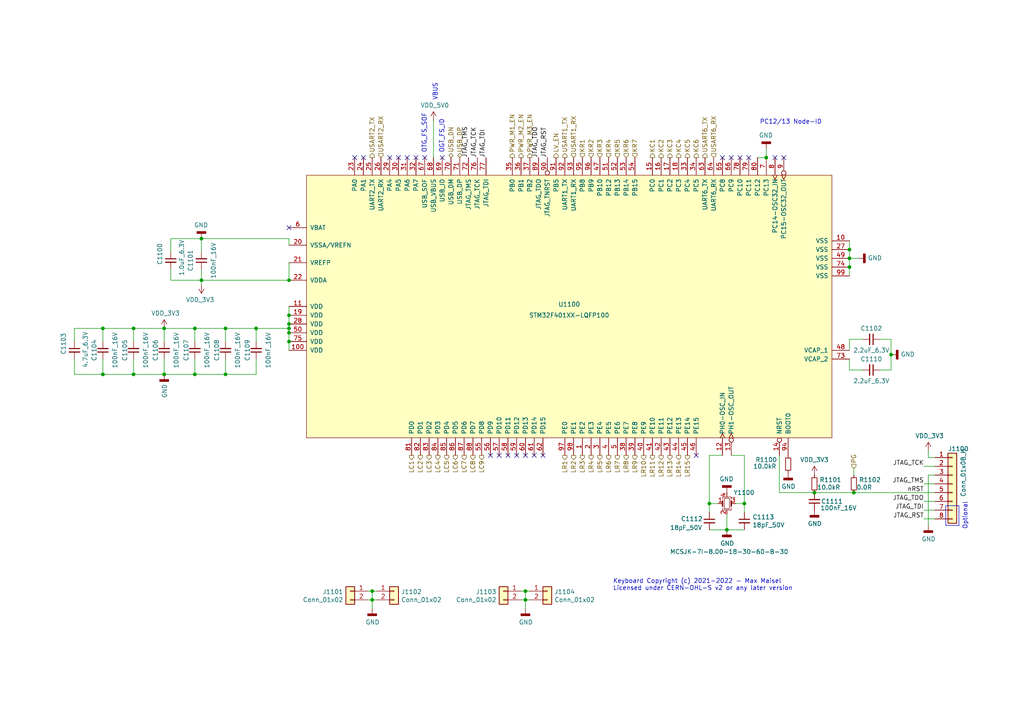
<source format=kicad_sch>
(kicad_sch (version 20250114) (generator "eeschema") (generator_version "9.0")
  (paper "A4")
  (lib_symbols
    (symbol "Keyboard:0.0R" (pin_numbers (hide yes)) (pin_names (offset 0.254) (hide yes))
      (property "Reference" "R" (at 0.762 0.508 0))
      (property "Value" "0.0R" (at 0.762 -1.016 0))
      (symbol "0.0R_0_1"
        (rectangle (start -0.762 1.778) (end 0.762 -1.778) (stroke (width 0.2032)))
      )
      (symbol "0.0R_1_1"
        (pin passive line (at 0 2.54 270) (length 0.762) (name "~") (number "1"))
        (pin passive line (at 0 -2.54 90) (length 0.762) (name "~") (number "2"))
      )
    )
    (symbol "Keyboard:1.0uF_6.3V" (pin_numbers (hide yes)) (pin_names (offset 0.254) (hide yes))
      (property "Reference" "C" (at 0.254 1.778 0))
      (property "Value" "1.0uF_6.3V" (at 0.254 -2.032 0))
      (symbol "1.0uF_6.3V_0_1"
        (polyline (pts (xy -1.524 0.508) (xy 1.524 0.508)) (stroke (width 0.3048)))
        (polyline (pts (xy -1.524 -0.508) (xy 1.524 -0.508)) (stroke (width 0.3302)))
      )
      (symbol "1.0uF_6.3V_1_1"
        (pin passive line (at 0 2.54 270) (length 2.032) (name "~") (number "1"))
        (pin passive line (at 0 -2.54 90) (length 2.032) (name "~") (number "2"))
      )
    )
    (symbol "Keyboard:10.0kR" (pin_numbers (hide yes)) (pin_names (offset 0.254) (hide yes))
      (property "Reference" "R" (at 0.762 0.508 0))
      (property "Value" "10.0kR" (at 0.762 -1.016 0))
      (symbol "10.0kR_0_1"
        (rectangle (start -0.762 1.778) (end 0.762 -1.778) (stroke (width 0.2032)))
      )
      (symbol "10.0kR_1_1"
        (pin passive line (at 0 2.54 270) (length 0.762) (name "~") (number "1"))
        (pin passive line (at 0 -2.54 90) (length 0.762) (name "~") (number "2"))
      )
    )
    (symbol "Keyboard:100nF_16V" (pin_numbers (hide yes)) (pin_names (offset 0.254) (hide yes))
      (property "Reference" "C" (at 0.254 1.778 0))
      (property "Value" "100nF_16V" (at 0.254 -2.032 0))
      (symbol "100nF_16V_0_1"
        (polyline (pts (xy -1.524 0.508) (xy 1.524 0.508)) (stroke (width 0.3048)))
        (polyline (pts (xy -1.524 -0.508) (xy 1.524 -0.508)) (stroke (width 0.3302)))
      )
      (symbol "100nF_16V_1_1"
        (pin passive line (at 0 2.54 270) (length 2.032) (name "~") (number "1"))
        (pin passive line (at 0 -2.54 90) (length 2.032) (name "~") (number "2"))
      )
    )
    (symbol "Keyboard:18pF_50V" (pin_numbers (hide yes)) (pin_names (offset 0.254) (hide yes))
      (property "Reference" "C" (at 0.254 1.778 0))
      (property "Value" "18pF_50V" (at 0.254 -2.032 0))
      (symbol "18pF_50V_0_1"
        (polyline (pts (xy -1.524 0.508) (xy 1.524 0.508)) (stroke (width 0.3048)))
        (polyline (pts (xy -1.524 -0.508) (xy 1.524 -0.508)) (stroke (width 0.3302)))
      )
      (symbol "18pF_50V_1_1"
        (pin passive line (at 0 2.54 270) (length 2.032) (name "~") (number "1"))
        (pin passive line (at 0 -2.54 90) (length 2.032) (name "~") (number "2"))
      )
    )
    (symbol "Keyboard:2.2uF_6.3V" (pin_numbers (hide yes)) (pin_names (offset 0.254) (hide yes))
      (property "Reference" "C" (at 0.254 1.778 0))
      (property "Value" "2.2uF_6.3V" (at 0.254 -2.032 0))
      (symbol "2.2uF_6.3V_0_1"
        (polyline (pts (xy -1.524 0.508) (xy 1.524 0.508)) (stroke (width 0.3048)))
        (polyline (pts (xy -1.524 -0.508) (xy 1.524 -0.508)) (stroke (width 0.3302)))
      )
      (symbol "2.2uF_6.3V_1_1"
        (pin passive line (at 0 2.54 270) (length 2.032) (name "~") (number "1"))
        (pin passive line (at 0 -2.54 90) (length 2.032) (name "~") (number "2"))
      )
    )
    (symbol "Keyboard:4.7uF_6.3V" (pin_numbers (hide yes)) (pin_names (offset 0.254) (hide yes))
      (property "Reference" "C" (at 0.254 1.778 0))
      (property "Value" "4.7uF_6.3V" (at 0.254 -2.032 0))
      (symbol "4.7uF_6.3V_0_1"
        (polyline (pts (xy -1.524 0.508) (xy 1.524 0.508)) (stroke (width 0.3048)))
        (polyline (pts (xy -1.524 -0.508) (xy 1.524 -0.508)) (stroke (width 0.3302)))
      )
      (symbol "4.7uF_6.3V_1_1"
        (pin passive line (at 0 2.54 270) (length 2.032) (name "~") (number "1"))
        (pin passive line (at 0 -2.54 90) (length 2.032) (name "~") (number "2"))
      )
    )
    (symbol "Keyboard:Conn_01x02" (pin_names (offset 1.016) (hide yes))
      (property "Reference" "J" (at 0 3.81 0))
      (property "Value" "Conn_01x02" (at 0 -3.81 0))
      (symbol "Conn_01x02_1_1"
        (rectangle (start -1.27 2.54) (end 1.27 -2.54) (stroke (width 0.254)) (fill (type background)))
        (rectangle (start -1.27 1.397) (end 0 1.143) (stroke (width 0.1524)))
        (rectangle (start -1.27 -1.143) (end 0 -1.397) (stroke (width 0.1524)))
        (pin passive line (at -5.08 1.27 0) (length 3.81) (name "Pin_1") (number "1"))
        (pin passive line (at -5.08 -1.27 0) (length 3.81) (name "Pin_2") (number "2"))
      )
    )
    (symbol "Keyboard:Conn_01x08_H" (pin_names (offset 1.016) (hide yes))
      (property "Reference" "J" (at 0 10.16 0))
      (property "Value" "Conn_01x08_H" (at 0 -12.7 0))
      (symbol "Conn_01x08_H_1_1"
        (rectangle (start -1.27 8.89) (end 1.27 -11.43) (stroke (width 0.254)) (fill (type background)))
        (rectangle (start -1.27 7.747) (end 0 7.493) (stroke (width 0.1524)))
        (rectangle (start -1.27 5.207) (end 0 4.953) (stroke (width 0.1524)))
        (rectangle (start -1.27 2.667) (end 0 2.413) (stroke (width 0.1524)))
        (rectangle (start -1.27 0.127) (end 0 -0.127) (stroke (width 0.1524)))
        (rectangle (start -1.27 -2.413) (end 0 -2.667) (stroke (width 0.1524)))
        (rectangle (start -1.27 -4.953) (end 0 -5.207) (stroke (width 0.1524)))
        (rectangle (start -1.27 -7.493) (end 0 -7.747) (stroke (width 0.1524)))
        (rectangle (start -1.27 -10.033) (end 0 -10.287) (stroke (width 0.1524)))
        (pin passive line (at -5.08 7.62 0) (length 3.81) (name "Pin_1") (number "1"))
        (pin passive line (at -5.08 5.08 0) (length 3.81) (name "Pin_2") (number "2"))
        (pin passive line (at -5.08 2.54 0) (length 3.81) (name "Pin_3") (number "3"))
        (pin passive line (at -5.08 0 0) (length 3.81) (name "Pin_4") (number "4"))
        (pin passive line (at -5.08 -2.54 0) (length 3.81) (name "Pin_5") (number "5"))
        (pin passive line (at -5.08 -5.08 0) (length 3.81) (name "Pin_6") (number "6"))
        (pin passive line (at -5.08 -7.62 0) (length 3.81) (name "Pin_7") (number "7"))
        (pin passive line (at -5.08 -10.16 0) (length 3.81) (name "Pin_8") (number "8"))
      )
    )
    (symbol "Keyboard:GND" (power) (pin_names (offset 0))
      (property "Value" "GND" (at 0 -3.175 0))
      (symbol "GND_0_1"
        (rectangle (start -1.27 -1.524) (end 1.27 -2.032) (stroke (width 0.254)) (fill (type outline)))
        (polyline (pts (xy 0 0) (xy 0 -1.524)))
      )
      (symbol "GND_1_1"
        (pin power_in line (at 0 0 270) (length 0) (hide yes) (name "GND") (number "1"))
      )
    )
    (symbol "Keyboard:MCSJK-7I-8.00-18-30-60-B-30" (pin_names (offset 1.016) (hide yes))
      (property "Reference" "Y" (at 1.27 4.445 0))
      (property "Value" "MCSJK-7I-8.00-18-30-60-B-30" (at 1.27 2.54 0))
      (symbol "MCSJK-7I-8.00-18-30-60-B-30_0_1"
        (polyline (pts (xy -1.27 1.27) (xy -1.27 1.905) (xy 1.27 1.905) (xy 1.27 1.27)))
        (polyline (pts (xy -1.27 -0.762) (xy -1.27 0.762)) (stroke (width 0.381)))
        (polyline (pts (xy -1.27 -1.27) (xy -1.27 -1.905) (xy 1.27 -1.905) (xy 1.27 -1.27)))
        (rectangle (start -0.762 -1.524) (end 0.762 1.524))
        (polyline (pts (xy 1.27 -0.762) (xy 1.27 0.762)) (stroke (width 0.381)))
      )
      (symbol "MCSJK-7I-8.00-18-30-60-B-30_1_1"
        (pin passive line (at -2.54 0 0) (length 1.27) (name "1") (number "1"))
        (pin passive line (at 0 3.175 270) (length 1.27) (name "4") (number "4"))
        (pin passive line (at 0 -3.175 90) (length 1.27) (name "2") (number "2"))
        (pin passive line (at 2.54 0 180) (length 1.27) (name "3") (number "3"))
      )
    )
    (symbol "Keyboard:STM32F401XX-LQFP100" (pin_names (offset 1.016))
      (property "Reference" "U" (at -36.83 77.47 0))
      (property "Value" "STM32F401XX-LQFP100" (at 29.21 -78.74 0))
      (symbol "STM32F401XX-LQFP100_0_1"
        (rectangle (start -38.1 76.2) (end 38.1 -76.2) (fill (type background)))
      )
      (symbol "STM32F401XX-LQFP100_1_1"
        (pin bidirectional line (at -43.18 62.23 0) (length 5.08) (name "PA0") (number "23"))
        (pin bidirectional line (at -43.18 59.69 0) (length 5.08) (name "PA1") (number "24"))
        (pin bidirectional line (at -43.18 57.15 0) (length 5.08) (name "PA2") (number "25") (alternate "UART2_TX" output line))
        (pin bidirectional line (at -43.18 54.61 0) (length 5.08) (name "PA3") (number "26") (alternate "UART2_RX" input line))
        (pin bidirectional line (at -43.18 52.07 0) (length 5.08) (name "PA4") (number "29"))
        (pin bidirectional line (at -43.18 49.53 0) (length 5.08) (name "PA5") (number "30"))
        (pin bidirectional line (at -43.18 46.99 0) (length 5.08) (name "PA6") (number "31"))
        (pin bidirectional line (at -43.18 44.45 0) (length 5.08) (name "PA7") (number "32"))
        (pin bidirectional line (at -43.18 41.91 0) (length 5.08) (name "PA8") (number "67") (alternate "USB_SOF" output line))
        (pin bidirectional line (at -43.18 39.37 0) (length 5.08) (name "PA9") (number "68") (alternate "USB_VBUS" input line))
        (pin bidirectional line (at -43.18 36.83 0) (length 5.08) (name "PA10") (number "69") (alternate "USB_ID" input line))
        (pin bidirectional line (at -43.18 34.29 0) (length 5.08) (name "PA11") (number "70") (alternate "USB_DM" bidirectional line))
        (pin bidirectional line (at -43.18 31.75 0) (length 5.08) (name "PA12") (number "71") (alternate "USB_DP" bidirectional line))
        (pin bidirectional line (at -43.18 29.21 0) (length 5.08) (name "PA13") (number "72") (alternate "JTAG_TMS" input line))
        (pin bidirectional line (at -43.18 26.67 0) (length 5.08) (name "PA14") (number "76") (alternate "JTAG_TCK" input line))
        (pin bidirectional line (at -43.18 24.13 0) (length 5.08) (name "PA15") (number "77") (alternate "JTAG_TDI" input line))
        (pin bidirectional line (at -43.18 16.51 0) (length 5.08) (name "PB0") (number "35"))
        (pin bidirectional line (at -43.18 13.97 0) (length 5.08) (name "PB1") (number "36"))
        (pin bidirectional line (at -43.18 11.43 0) (length 5.08) (name "PB2") (number "37"))
        (pin bidirectional line (at -43.18 8.89 0) (length 5.08) (name "PB3") (number "89") (alternate "JTAG_TDO" output line))
        (pin bidirectional line (at -43.18 6.35 0) (length 5.08) (name "PB4") (number "90") (alternate "JTAG_TNRST" input inverted))
        (pin bidirectional line (at -43.18 3.81 0) (length 5.08) (name "PB5") (number "91"))
        (pin bidirectional line (at -43.18 1.27 0) (length 5.08) (name "PB6") (number "92") (alternate "UART1_TX" output line))
        (pin bidirectional line (at -43.18 -1.27 0) (length 5.08) (name "PB7") (number "93") (alternate "UART1_RX" input line))
        (pin bidirectional line (at -43.18 -3.81 0) (length 5.08) (name "PB8") (number "95"))
        (pin bidirectional line (at -43.18 -6.35 0) (length 5.08) (name "PB9") (number "96"))
        (pin bidirectional line (at -43.18 -8.89 0) (length 5.08) (name "PB10") (number "47"))
        (pin bidirectional line (at -43.18 -11.43 0) (length 5.08) (name "PB12") (number "51"))
        (pin bidirectional line (at -43.18 -13.97 0) (length 5.08) (name "PB13") (number "52"))
        (pin bidirectional line (at -43.18 -16.51 0) (length 5.08) (name "PB14") (number "53"))
        (pin bidirectional line (at -43.18 -19.05 0) (length 5.08) (name "PB15") (number "54"))
        (pin bidirectional line (at -43.18 -24.13 0) (length 5.08) (name "PC0") (number "15"))
        (pin bidirectional line (at -43.18 -26.67 0) (length 5.08) (name "PC1") (number "16"))
        (pin bidirectional line (at -43.18 -29.21 0) (length 5.08) (name "PC2") (number "17"))
        (pin bidirectional line (at -43.18 -31.75 0) (length 5.08) (name "PC3") (number "18"))
        (pin bidirectional line (at -43.18 -34.29 0) (length 5.08) (name "PC4") (number "33"))
        (pin bidirectional line (at -43.18 -36.83 0) (length 5.08) (name "PC5") (number "34"))
        (pin bidirectional line (at -43.18 -39.37 0) (length 5.08) (name "PC6") (number "63") (alternate "UART6_TX" output line))
        (pin bidirectional line (at -43.18 -41.91 0) (length 5.08) (name "PC7") (number "64") (alternate "UART6_RX" input line))
        (pin bidirectional line (at -43.18 -44.45 0) (length 5.08) (name "PC8") (number "65"))
        (pin bidirectional line (at -43.18 -46.99 0) (length 5.08) (name "PC9") (number "66"))
        (pin bidirectional line (at -43.18 -49.53 0) (length 5.08) (name "PC10") (number "78"))
        (pin bidirectional line (at -43.18 -52.07 0) (length 5.08) (name "PC11") (number "79"))
        (pin bidirectional line (at -43.18 -54.61 0) (length 5.08) (name "PC12") (number "80"))
        (pin bidirectional line (at -43.18 -57.15 0) (length 5.08) (name "PC13") (number "7"))
        (pin bidirectional clock (at -43.18 -59.69 0) (length 5.08) (name "PC14-OSC32_IN") (number "8"))
        (pin bidirectional inverted_clock (at -43.18 -62.23 0) (length 5.08) (name "PC15-OSC32_OUT") (number "9"))
        (pin power_in line (at -22.86 81.28 270) (length 5.08) (name "VBAT") (number "6"))
        (pin power_in line (at -19.05 -81.28 90) (length 5.08) (name "VSS") (number "10"))
        (pin power_in line (at -17.78 81.28 270) (length 5.08) (name "VSSA/VREFN") (number "20"))
        (pin power_in line (at -16.51 -81.28 90) (length 5.08) (name "VSS") (number "27"))
        (pin power_in line (at -13.97 -81.28 90) (length 5.08) (name "VSS") (number "49"))
        (pin power_in line (at -12.7 81.28 270) (length 5.08) (name "VREFP") (number "21"))
        (pin power_in line (at -11.43 -81.28 90) (length 5.08) (name "VSS") (number "74"))
        (pin power_in line (at -8.89 -81.28 90) (length 5.08) (name "VSS") (number "99"))
        (pin power_in line (at -7.62 81.28 270) (length 5.08) (name "VDDA") (number "22"))
        (pin power_in line (at 0 81.28 270) (length 5.08) (name "VDD") (number "11"))
        (pin power_in line (at 2.54 81.28 270) (length 5.08) (name "VDD") (number "19"))
        (pin power_in line (at 5.08 81.28 270) (length 5.08) (name "VDD") (number "28"))
        (pin power_in line (at 7.62 81.28 270) (length 5.08) (name "VDD") (number "50"))
        (pin power_in line (at 10.16 81.28 270) (length 5.08) (name "VDD") (number "75"))
        (pin power_in line (at 12.7 81.28 270) (length 5.08) (name "VDD") (number "100"))
        (pin passive line (at 12.7 -81.28 90) (length 5.08) (name "VCAP_1") (number "48"))
        (pin passive line (at 15.24 -81.28 90) (length 5.08) (name "VCAP_2") (number "73"))
        (pin bidirectional line (at 43.18 45.72 180) (length 5.08) (name "PD0") (number "81"))
        (pin bidirectional line (at 43.18 43.18 180) (length 5.08) (name "PD1") (number "82"))
        (pin bidirectional line (at 43.18 40.64 180) (length 5.08) (name "PD2") (number "83"))
        (pin bidirectional line (at 43.18 38.1 180) (length 5.08) (name "PD3") (number "84"))
        (pin bidirectional line (at 43.18 35.56 180) (length 5.08) (name "PD4") (number "85"))
        (pin bidirectional line (at 43.18 33.02 180) (length 5.08) (name "PD5") (number "86") (alternate "UART2_TX" output line))
        (pin bidirectional line (at 43.18 30.48 180) (length 5.08) (name "PD6") (number "87") (alternate "UART2_RX" input line))
        (pin bidirectional line (at 43.18 27.94 180) (length 5.08) (name "PD7") (number "88"))
        (pin bidirectional line (at 43.18 25.4 180) (length 5.08) (name "PD8") (number "55"))
        (pin bidirectional line (at 43.18 22.86 180) (length 5.08) (name "PD9") (number "56"))
        (pin bidirectional line (at 43.18 20.32 180) (length 5.08) (name "PD10") (number "57"))
        (pin bidirectional line (at 43.18 17.78 180) (length 5.08) (name "PD11") (number "58"))
        (pin bidirectional line (at 43.18 15.24 180) (length 5.08) (name "PD12") (number "59"))
        (pin bidirectional line (at 43.18 12.7 180) (length 5.08) (name "PD13") (number "60"))
        (pin bidirectional line (at 43.18 10.16 180) (length 5.08) (name "PD14") (number "61"))
        (pin bidirectional line (at 43.18 7.62 180) (length 5.08) (name "PD15") (number "62"))
        (pin bidirectional line (at 43.18 1.27 180) (length 5.08) (name "PE0") (number "97"))
        (pin bidirectional line (at 43.18 -1.27 180) (length 5.08) (name "PE1") (number "98"))
        (pin bidirectional line (at 43.18 -3.81 180) (length 5.08) (name "PE2") (number "1"))
        (pin bidirectional line (at 43.18 -6.35 180) (length 5.08) (name "PE3") (number "2"))
        (pin bidirectional line (at 43.18 -8.89 180) (length 5.08) (name "PE4") (number "3"))
        (pin bidirectional line (at 43.18 -11.43 180) (length 5.08) (name "PE5") (number "4"))
        (pin bidirectional line (at 43.18 -13.97 180) (length 5.08) (name "PE6") (number "5"))
        (pin bidirectional line (at 43.18 -16.51 180) (length 5.08) (name "PE7") (number "38"))
        (pin bidirectional line (at 43.18 -19.05 180) (length 5.08) (name "PE8") (number "39"))
        (pin bidirectional line (at 43.18 -21.59 180) (length 5.08) (name "PE9") (number "40"))
        (pin bidirectional line (at 43.18 -24.13 180) (length 5.08) (name "PE10") (number "41"))
        (pin bidirectional line (at 43.18 -26.67 180) (length 5.08) (name "PE11") (number "42"))
        (pin bidirectional line (at 43.18 -29.21 180) (length 5.08) (name "PE12") (number "43"))
        (pin bidirectional line (at 43.18 -31.75 180) (length 5.08) (name "PE13") (number "44"))
        (pin bidirectional line (at 43.18 -34.29 180) (length 5.08) (name "PE14") (number "45"))
        (pin bidirectional line (at 43.18 -36.83 180) (length 5.08) (name "PE15") (number "46"))
        (pin bidirectional clock (at 43.18 -44.45 180) (length 5.08) (name "PH0-OSC_IN") (number "12"))
        (pin bidirectional inverted_clock (at 43.18 -46.99 180) (length 5.08) (name "PH1-OSC_OUT") (number "13"))
        (pin input inverted (at 43.18 -60.96 180) (length 5.08) (name "NRST") (number "14"))
        (pin input line (at 43.18 -63.5 180) (length 5.08) (name "BOOT0") (number "94"))
      )
    )
    (symbol "Keyboard:VDD_3V3" (power) (pin_names (offset 0))
      (property "Value" "VDD_3V3" (at 0 3.556 0))
      (symbol "VDD_3V3_0_1"
        (polyline (pts (xy -0.762 1.27) (xy 0 2.54)))
        (polyline (pts (xy 0 2.54) (xy 0.762 1.27)))
        (polyline (pts (xy 0 0) (xy 0 2.54)))
      )
      (symbol "VDD_3V3_1_1"
        (pin power_in line (at 0 0 90) (length 0) (hide yes) (name "VDD_3V3") (number "1"))
      )
    )
    (symbol "Keyboard:VDD_5V0" (power) (pin_names (offset 0))
      (property "Value" "VDD_5V0" (at 0 3.556 0))
      (symbol "VDD_5V0_0_1"
        (polyline (pts (xy -0.762 1.27) (xy 0 2.54)))
        (polyline (pts (xy 0 2.54) (xy 0.762 1.27)))
        (polyline (pts (xy 0 0) (xy 0 2.54)))
      )
      (symbol "VDD_5V0_1_1"
        (pin power_in line (at 0 0 90) (length 0) (hide yes) (name "VDD_5V0") (number "1"))
      )
    )
  )
  (text "Keyboard Copyright (c) 2021-2022 - Max Maisel\nLicensed under CERN-OHL-S v2 or any later version" (at 177.8 171.45 0) (effects (font (size 1.27 1.27)) (justify left bottom)))
  (text "VBUS" (at 127 29.21 90) (effects (font (size 1.27 1.27)) (justify left bottom)))
  (text "OTG_FS_SOF" (at 123.825 44.45 90) (effects (font (size 1.27 1.27)) (justify left bottom)))
  (text "Optional" (at 280.67 153.67 90) (effects (font (size 1.27 1.27)) (justify left bottom)))
  (text "PC12/13 Node-ID" (at 220.345 36.195 0) (effects (font (size 1.27 1.27)) (justify left bottom)))
  (text "OGT_FS_ID" (at 128.905 44.45 90) (effects (font (size 1.27 1.27)) (justify left bottom)))
  (junction (at 58.42 81.28))
  (junction (at 83.82 91.44))
  (junction (at 258.445 102.87))
  (junction (at 247.65 142.875))
  (junction (at 56.515 108.585))
  (junction (at 29.845 95.25))
  (junction (at 47.625 95.25))
  (junction (at 107.95 173.99))
  (junction (at 107.95 171.45))
  (junction (at 246.38 72.39))
  (junction (at 65.405 108.585))
  (junction (at 246.38 77.47))
  (junction (at 74.295 95.25))
  (junction (at 222.25 45.72))
  (junction (at 65.405 95.25))
  (junction (at 246.38 74.93))
  (junction (at 236.22 142.875))
  (junction (at 56.515 95.25))
  (junction (at 215.9 146.05))
  (junction (at 152.4 173.99))
  (junction (at 83.82 81.28))
  (junction (at 38.735 95.25))
  (junction (at 38.735 108.585))
  (junction (at 83.82 96.52))
  (junction (at 58.42 69.215))
  (junction (at 152.4 171.45))
  (junction (at 83.82 93.98))
  (junction (at 47.625 108.585))
  (junction (at 205.74 146.05))
  (junction (at 83.82 95.25))
  (junction (at 29.845 108.585))
  (junction (at 210.82 153.67))
  (junction (at 83.82 99.06))
  (no_connect (at 118.11 45.72))
  (no_connect (at 147.32 132.08))
  (no_connect (at 144.78 132.08))
  (no_connect (at 152.4 132.08))
  (no_connect (at 128.27 45.72))
  (no_connect (at 154.94 132.08))
  (no_connect (at 102.87 45.72))
  (no_connect (at 201.93 132.08))
  (no_connect (at 224.79 45.72))
  (no_connect (at 113.03 45.72))
  (no_connect (at 83.82 66.04))
  (no_connect (at 142.24 132.08))
  (no_connect (at 209.55 45.72))
  (no_connect (at 115.57 45.72))
  (no_connect (at 123.19 45.72))
  (no_connect (at 214.63 45.72))
  (no_connect (at 217.17 45.72))
  (no_connect (at 149.86 132.08))
  (no_connect (at 157.48 132.08))
  (no_connect (at 227.33 45.72))
  (no_connect (at 212.09 45.72))
  (no_connect (at 105.41 45.72))
  (no_connect (at 120.65 45.72))
  (wire (pts (xy 107.95 171.45) (xy 107.95 173.99)))
  (wire (pts (xy 209.55 132.08) (xy 205.74 132.08)))
  (wire (pts (xy 58.42 69.215) (xy 83.82 69.215)))
  (wire (pts (xy 47.625 104.14) (xy 47.625 108.585)))
  (polyline (pts (xy 274.32 152.4) (xy 274.32 146.685)))
  (wire (pts (xy 246.38 74.93) (xy 246.38 77.47)))
  (wire (pts (xy 205.74 146.05) (xy 208.28 146.05)))
  (wire (pts (xy 151.13 173.99) (xy 152.4 173.99)))
  (wire (pts (xy 271.145 147.955) (xy 267.97 147.955)))
  (wire (pts (xy 258.445 102.87) (xy 258.445 107.315)))
  (wire (pts (xy 210.82 149.225) (xy 210.82 153.67)))
  (wire (pts (xy 258.445 107.315) (xy 255.27 107.315)))
  (wire (pts (xy 267.97 150.495) (xy 271.145 150.495)))
  (wire (pts (xy 21.59 95.25) (xy 29.845 95.25)))
  (wire (pts (xy 49.53 69.215) (xy 58.42 69.215)))
  (polyline (pts (xy 278.13 146.685) (xy 278.13 152.4)))
  (wire (pts (xy 269.24 132.715) (xy 271.145 132.715)))
  (wire (pts (xy 246.38 101.6) (xy 246.38 98.425)))
  (wire (pts (xy 65.405 95.25) (xy 56.515 95.25)))
  (wire (pts (xy 246.38 77.47) (xy 246.38 80.01)))
  (wire (pts (xy 271.145 140.335) (xy 267.97 140.335)))
  (wire (pts (xy 65.405 99.06) (xy 65.405 95.25)))
  (wire (pts (xy 56.515 99.06) (xy 56.515 95.25)))
  (wire (pts (xy 151.13 171.45) (xy 152.4 171.45)))
  (wire (pts (xy 246.38 104.14) (xy 246.38 107.315)))
  (wire (pts (xy 49.53 81.28) (xy 58.42 81.28)))
  (wire (pts (xy 83.82 93.98) (xy 83.82 91.44)))
  (wire (pts (xy 269.24 152.4) (xy 269.24 137.795)))
  (polyline (pts (xy 274.32 152.4) (xy 278.13 152.4)))
  (wire (pts (xy 83.82 76.2) (xy 83.82 81.28)))
  (wire (pts (xy 38.735 108.585) (xy 29.845 108.585)))
  (wire (pts (xy 29.845 108.585) (xy 29.845 104.14)))
  (wire (pts (xy 247.65 142.875) (xy 271.145 142.875)))
  (wire (pts (xy 205.74 153.67) (xy 210.82 153.67)))
  (wire (pts (xy 246.38 74.93) (xy 248.92 74.93)))
  (wire (pts (xy 38.735 99.06) (xy 38.735 95.25)))
  (wire (pts (xy 205.74 132.08) (xy 205.74 146.05)))
  (wire (pts (xy 21.59 108.585) (xy 29.845 108.585)))
  (wire (pts (xy 47.625 99.06) (xy 47.625 95.25)))
  (wire (pts (xy 56.515 104.14) (xy 56.515 108.585)))
  (wire (pts (xy 107.95 173.99) (xy 109.22 173.99)))
  (polyline (pts (xy 274.32 146.685) (xy 278.13 146.685)))
  (wire (pts (xy 152.4 176.53) (xy 152.4 173.99)))
  (wire (pts (xy 58.42 81.28) (xy 58.42 78.105)))
  (wire (pts (xy 246.38 98.425) (xy 250.19 98.425)))
  (wire (pts (xy 213.36 146.05) (xy 215.9 146.05)))
  (wire (pts (xy 49.53 78.105) (xy 49.53 81.28)))
  (wire (pts (xy 49.53 73.025) (xy 49.53 69.215)))
  (wire (pts (xy 38.735 95.25) (xy 29.845 95.25)))
  (wire (pts (xy 210.82 153.67) (xy 215.9 153.67)))
  (wire (pts (xy 152.4 171.45) (xy 153.67 171.45)))
  (wire (pts (xy 152.4 171.45) (xy 152.4 173.99)))
  (wire (pts (xy 47.625 108.585) (xy 56.515 108.585)))
  (wire (pts (xy 74.295 95.25) (xy 65.405 95.25)))
  (wire (pts (xy 215.9 146.05) (xy 215.9 148.59)))
  (wire (pts (xy 74.295 108.585) (xy 74.295 104.14)))
  (wire (pts (xy 29.845 99.06) (xy 29.845 95.25)))
  (wire (pts (xy 258.445 98.425) (xy 258.445 102.87)))
  (wire (pts (xy 47.625 95.25) (xy 38.735 95.25)))
  (wire (pts (xy 47.625 108.585) (xy 38.735 108.585)))
  (wire (pts (xy 267.97 135.255) (xy 271.145 135.255)))
  (wire (pts (xy 21.59 99.06) (xy 21.59 95.25)))
  (wire (pts (xy 106.68 171.45) (xy 107.95 171.45)))
  (wire (pts (xy 107.95 171.45) (xy 109.22 171.45)))
  (wire (pts (xy 56.515 108.585) (xy 65.405 108.585)))
  (wire (pts (xy 226.06 132.08) (xy 226.06 142.875)))
  (wire (pts (xy 58.42 69.215) (xy 58.42 73.025)))
  (wire (pts (xy 222.25 43.18) (xy 222.25 45.72)))
  (wire (pts (xy 125.73 34.925) (xy 125.73 45.72)))
  (wire (pts (xy 247.65 135.89) (xy 247.65 137.795)))
  (wire (pts (xy 65.405 108.585) (xy 74.295 108.585)))
  (wire (pts (xy 255.27 98.425) (xy 258.445 98.425)))
  (wire (pts (xy 38.735 104.14) (xy 38.735 108.585)))
  (wire (pts (xy 83.82 95.25) (xy 74.295 95.25)))
  (wire (pts (xy 152.4 173.99) (xy 153.67 173.99)))
  (wire (pts (xy 267.97 145.415) (xy 271.145 145.415)))
  (wire (pts (xy 236.22 142.875) (xy 226.06 142.875)))
  (wire (pts (xy 215.9 132.08) (xy 212.09 132.08)))
  (wire (pts (xy 246.38 107.315) (xy 250.19 107.315)))
  (wire (pts (xy 83.82 91.44) (xy 83.82 88.9)))
  (wire (pts (xy 219.71 45.72) (xy 222.25 45.72)))
  (wire (pts (xy 83.82 69.215) (xy 83.82 71.12)))
  (wire (pts (xy 106.68 173.99) (xy 107.95 173.99)))
  (wire (pts (xy 83.82 99.06) (xy 83.82 96.52)))
  (wire (pts (xy 83.82 101.6) (xy 83.82 99.06)))
  (wire (pts (xy 236.22 142.875) (xy 247.65 142.875)))
  (wire (pts (xy 246.38 72.39) (xy 246.38 74.93)))
  (wire (pts (xy 269.24 130.81) (xy 269.24 132.715)))
  (wire (pts (xy 205.74 148.59) (xy 205.74 146.05)))
  (wire (pts (xy 83.82 96.52) (xy 83.82 95.25)))
  (wire (pts (xy 269.24 137.795) (xy 271.145 137.795)))
  (wire (pts (xy 74.295 99.06) (xy 74.295 95.25)))
  (wire (pts (xy 56.515 95.25) (xy 47.625 95.25)))
  (wire (pts (xy 215.9 146.05) (xy 215.9 132.08)))
  (wire (pts (xy 246.38 69.85) (xy 246.38 72.39)))
  (wire (pts (xy 83.82 81.28) (xy 58.42 81.28)))
  (wire (pts (xy 21.59 104.14) (xy 21.59 108.585)))
  (wire (pts (xy 65.405 104.14) (xy 65.405 108.585)))
  (wire (pts (xy 107.95 176.53) (xy 107.95 173.99)))
  (wire (pts (xy 58.42 82.55) (xy 58.42 81.28)))
  (wire (pts (xy 83.82 95.25) (xy 83.82 93.98)))
  (label "JTAG_TMS" (at 135.89 45.72 90))
  (label "JTAG_TDO" (at 156.21 45.72 90))
  (label "nRST" (at 267.97 142.875 180))
  (label "JTAG_TDI" (at 140.97 45.72 90))
  (label "JTAG_TDO" (at 267.97 145.415 180))
  (label "JTAG_TDI" (at 267.97 147.955 180))
  (label "JTAG_RST" (at 267.97 150.495 180))
  (label "JTAG_TCK" (at 267.97 135.255 180))
  (label "JTAG_TCK" (at 138.43 45.72 90))
  (label "JTAG_RST" (at 158.75 45.72 90))
  (label "JTAG_TMS" (at 267.97 140.335 180))
  (hierarchical_label "LR3" (shape output) (at 168.91 132.08 270))
  (hierarchical_label "USART1_TX" (shape output) (at 163.83 45.72 90))
  (hierarchical_label "USB_DP" (shape bidirectional) (at 133.35 45.72 90))
  (hierarchical_label "USART2_TX" (shape output) (at 107.95 45.72 90))
  (hierarchical_label "KR2" (shape input) (at 171.45 45.72 90))
  (hierarchical_label "KR1" (shape input) (at 168.91 45.72 90))
  (hierarchical_label "KR5" (shape input) (at 179.07 45.72 90))
  (hierarchical_label "KC6" (shape output) (at 201.93 45.72 90))
  (hierarchical_label "LR4" (shape output) (at 171.45 132.08 270))
  (hierarchical_label "KC2" (shape output) (at 191.77 45.72 90))
  (hierarchical_label "PWR_M2_EN" (shape output) (at 151.13 45.72 90))
  (hierarchical_label "LC1" (shape output) (at 119.38 132.08 270))
  (hierarchical_label "KC3" (shape output) (at 194.31 45.72 90))
  (hierarchical_label "KR3" (shape input) (at 173.99 45.72 90))
  (hierarchical_label "KC4" (shape output) (at 196.85 45.72 90))
  (hierarchical_label "KC5" (shape output) (at 199.39 45.72 90))
  (hierarchical_label "LC7" (shape output) (at 134.62 132.08 270))
  (hierarchical_label "LR15" (shape output) (at 199.39 132.08 270))
  (hierarchical_label "KR6" (shape input) (at 181.61 45.72 90))
  (hierarchical_label "PWR_M3_EN" (shape output) (at 153.67 45.72 90))
  (hierarchical_label "LR6" (shape output) (at 176.53 132.08 270))
  (hierarchical_label "LV_EN" (shape output) (at 161.29 45.72 90))
  (hierarchical_label "LR10" (shape output) (at 186.69 132.08 270))
  (hierarchical_label "USART6_TX" (shape output) (at 204.47 45.72 90))
  (hierarchical_label "LR8" (shape output) (at 181.61 132.08 270))
  (hierarchical_label "LC3" (shape output) (at 124.46 132.08 270))
  (hierarchical_label "LR9" (shape output) (at 184.15 132.08 270))
  (hierarchical_label "LC6" (shape output) (at 132.08 132.08 270))
  (hierarchical_label "LR2" (shape output) (at 166.37 132.08 270))
  (hierarchical_label "USART2_RX" (shape input) (at 110.49 45.72 90))
  (hierarchical_label "LR12" (shape output) (at 191.77 132.08 270))
  (hierarchical_label "PWR_M1_EN" (shape output) (at 148.59 45.72 90))
  (hierarchical_label "LR14" (shape output) (at 196.85 132.08 270))
  (hierarchical_label "KC1" (shape output) (at 189.23 45.72 90))
  (hierarchical_label "LC9" (shape output) (at 139.7 132.08 270))
  (hierarchical_label "LR7" (shape output) (at 179.07 132.08 270))
  (hierarchical_label "USART6_RX" (shape input) (at 207.01 45.72 90))
  (hierarchical_label "LR13" (shape output) (at 194.31 132.08 270))
  (hierarchical_label "USB_DN" (shape bidirectional) (at 130.81 45.72 90))
  (hierarchical_label "PG" (shape input) (at 247.65 135.89 90))
  (hierarchical_label "LC4" (shape output) (at 127 132.08 270))
  (hierarchical_label "LC8" (shape output) (at 137.16 132.08 270))
  (hierarchical_label "KR4" (shape input) (at 176.53 45.72 90))
  (hierarchical_label "LR11" (shape output) (at 189.23 132.08 270))
  (hierarchical_label "LR5" (shape output) (at 173.99 132.08 270))
  (hierarchical_label "LC2" (shape output) (at 121.92 132.08 270))
  (hierarchical_label "USART1_RX" (shape input) (at 166.37 45.72 90))
  (hierarchical_label "KR7" (shape input) (at 184.15 45.72 90))
  (hierarchical_label "LR1" (shape output) (at 163.83 132.08 270))
  (hierarchical_label "LC5" (shape output) (at 129.54 132.08 270))
  (symbol (lib_id "Keyboard:STM32F401XX-LQFP100") (at 165.1 88.9 90) (mirror x) (unit 1)
    (property "Reference" "U1100" (at 165.1 88.265 90))
    (property "Value" "STM32F401XX-LQFP100" (at 165.1 91.44 90))
    (property "Footprint" "Keyboard:LQFP-100" (effects (hide yes)))
    (property "Datasheet" "http://www.st.com/content/ccc/resource/technical/document/datasheet/9e/50/b1/5a/5f/ae/4d/c1/DM00086815.pdf/files/DM00086815.pdf/jcr:content/translations/en.DM00086815.pdf" (effects (hide yes)))
    (pin "25" (alternate "UART2_TX"))
    (pin "26" (alternate "UART2_RX"))
    (pin "63" (alternate "UART6_TX"))
    (pin "64" (alternate "UART6_RX"))
    (pin "67" (alternate "USB_SOF"))
    (pin "68" (alternate "USB_VBUS"))
    (pin "69" (alternate "USB_ID"))
    (pin "70" (alternate "USB_DM"))
    (pin "71" (alternate "USB_DP"))
    (pin "72" (alternate "JTAG_TMS"))
    (pin "76" (alternate "JTAG_TCK"))
    (pin "77" (alternate "JTAG_TDI"))
    (pin "89" (alternate "JTAG_TDO"))
    (pin "90" (alternate "JTAG_TNRST"))
    (pin "92" (alternate "UART1_TX"))
    (pin "93" (alternate "UART1_RX"))
  )
  (symbol (lib_id "Keyboard:2.2uF_6.3V") (at 252.73 107.315 270) (unit 1)
    (property "Reference" "C1110" (at 252.73 104.14 90))
    (property "Value" "2.2uF_6.3V" (at 252.73 110.49 90))
    (property "Footprint" "Keyboard:C_0402" (effects (hide yes)))
    (property "Datasheet" "81-GRM155R60J225ME9D" (effects (hide yes)))
    (property "mouser#" "81-GRM155R60J225ME9D" (effects (hide yes)))
  )
  (symbol (lib_id "Keyboard:100nF_16V") (at 74.295 101.6 180) (unit 1)
    (property "Reference" "C1109" (at 71.755 101.6 90))
    (property "Value" "100nF_16V" (at 77.8002 101.6 90))
    (property "Footprint" "Keyboard:C_0402" (effects (hide yes)))
    (property "Datasheet" "80-C0402C104K4R" (effects (hide yes)))
    (property "mouser#" "80-C0402C104K4R" (effects (hide yes)))
  )
  (symbol (lib_id "Keyboard:VDD_5V0") (at 125.73 34.925 0) (unit 1)
    (property "Reference" "#PWR01100" (effects (hide yes)))
    (property "Value" "VDD_5V0" (at 126.111 30.5308 0))
  )
  (symbol (lib_id "Keyboard:VDD_3V3") (at 47.625 95.25 0) (unit 1)
    (property "Reference" "#PWR01105" (effects (hide yes)))
    (property "Value" "VDD_3V3" (at 48.006 90.8558 0))
  )
  (symbol (lib_id "Keyboard:GND") (at 47.625 108.585 0) (unit 1)
    (property "Reference" "#PWR01107" (effects (hide yes)))
    (property "Value" "GND" (at 47.7266 111.379 90) (effects (justify right)))
  )
  (symbol (lib_id "Keyboard:1.0uF_6.3V") (at 49.53 75.565 0) (unit 1)
    (property "Reference" "C1100" (at 46.355 76.835 90) (effects (justify left)))
    (property "Value" "1.0uF_6.3V" (at 52.705 80.01 90) (effects (justify left)))
    (property "Footprint" "Keyboard:C_0402" (effects (hide yes)))
    (property "Datasheet" "81-GRM152R60J105ME5D" (effects (hide yes)))
    (property "mouser#" "81-GRM152R60J105ME5D" (effects (hide yes)))
  )
  (symbol (lib_id "Keyboard:VDD_3V3") (at 269.24 130.81 0) (unit 1)
    (property "Reference" "#PWR01108" (effects (hide yes)))
    (property "Value" "VDD_3V3" (at 269.621 126.4158 0))
  )
  (symbol (lib_id "Keyboard:GND") (at 248.92 74.93 90) (unit 1)
    (property "Reference" "#PWR01103" (effects (hide yes)))
    (property "Value" "GND" (at 251.714 74.8284 90) (effects (justify right)))
  )
  (symbol (lib_id "Keyboard:GND") (at 269.24 152.4 0) (unit 1)
    (property "Reference" "#PWR01113" (effects (hide yes)))
    (property "Value" "GND" (at 269.3416 156.337 0))
  )
  (symbol (lib_id "Keyboard:18pF_50V") (at 205.74 151.13 0) (unit 1)
    (property "Reference" "C1112" (at 197.485 150.495 0) (effects (justify left)))
    (property "Value" "18pF_50V" (at 194.31 153.035 0) (effects (justify left)))
    (property "Footprint" "Keyboard:C_0402" (effects (hide yes)))
    (property "Datasheet" "81-GRM1555C1H180FA1D" (effects (hide yes)))
    (property "mouser#" "81-GRM1555C1H180FA1D" (effects (hide yes)))
  )
  (symbol (lib_id "Keyboard:GND") (at 210.82 142.875 180) (unit 1)
    (property "Reference" "#PWR01111" (effects (hide yes)))
    (property "Value" "GND" (at 210.7184 138.938 0))
  )
  (symbol (lib_id "Keyboard:100nF_16V") (at 65.405 101.6 180) (unit 1)
    (property "Reference" "C1108" (at 62.865 101.6 90))
    (property "Value" "100nF_16V" (at 68.9102 101.6 90))
    (property "Footprint" "Keyboard:C_0402" (effects (hide yes)))
    (property "Datasheet" "80-C0402C104K4R" (effects (hide yes)))
    (property "mouser#" "80-C0402C104K4R" (effects (hide yes)))
  )
  (symbol (lib_id "Keyboard:100nF_16V") (at 58.42 75.565 180) (unit 1)
    (property "Reference" "C1101" (at 55.245 75.565 90))
    (property "Value" "100nF_16V" (at 61.9252 75.565 90))
    (property "Footprint" "Keyboard:C_0402" (effects (hide yes)))
    (property "Datasheet" "80-C0402C104K4R" (effects (hide yes)))
    (property "mouser#" "80-C0402C104K4R" (effects (hide yes)))
  )
  (symbol (lib_id "Keyboard:GND") (at 58.42 69.215 180) (unit 1)
    (property "Reference" "#PWR01102" (effects (hide yes)))
    (property "Value" "GND" (at 58.3184 65.278 0))
  )
  (symbol (lib_id "Keyboard:VDD_3V3") (at 58.42 82.55 180) (unit 1)
    (property "Reference" "#PWR01104" (effects (hide yes)))
    (property "Value" "VDD_3V3" (at 58.039 86.9442 0))
  )
  (symbol (lib_id "Keyboard:VDD_3V3") (at 236.22 137.795 0) (unit 1)
    (property "Reference" "#PWR01110" (effects (hide yes)))
    (property "Value" "VDD_3V3" (at 236.22 133.35 0))
  )
  (symbol (lib_id "Keyboard:2.2uF_6.3V") (at 252.73 98.425 270) (unit 1)
    (property "Reference" "C1102" (at 252.73 95.25 90))
    (property "Value" "2.2uF_6.3V" (at 252.73 101.6 90))
    (property "Footprint" "Keyboard:C_0402" (effects (hide yes)))
    (property "Datasheet" "81-GRM155R60J225ME9D" (effects (hide yes)))
    (property "mouser#" "81-GRM155R60J225ME9D" (effects (hide yes)))
  )
  (symbol (lib_id "Keyboard:GND") (at 258.445 102.87 90) (unit 1)
    (property "Reference" "#PWR01106" (effects (hide yes)))
    (property "Value" "GND" (at 261.239 102.7684 90) (effects (justify right)))
  )
  (symbol (lib_id "Keyboard:100nF_16V") (at 29.845 101.6 180) (unit 1)
    (property "Reference" "C1104" (at 27.305 101.6 90))
    (property "Value" "100nF_16V" (at 33.3502 101.6 90))
    (property "Footprint" "Keyboard:C_0402" (effects (hide yes)))
    (property "Datasheet" "80-C0402C104K4R" (effects (hide yes)))
    (property "mouser#" "80-C0402C104K4R" (effects (hide yes)))
  )
  (symbol (lib_id "Keyboard:100nF_16V") (at 38.735 101.6 180) (unit 1)
    (property "Reference" "C1105" (at 36.195 101.6 90))
    (property "Value" "100nF_16V" (at 42.2402 101.6 90))
    (property "Footprint" "Keyboard:C_0402" (effects (hide yes)))
    (property "Datasheet" "80-C0402C104K4R" (effects (hide yes)))
    (property "mouser#" "80-C0402C104K4R" (effects (hide yes)))
  )
  (symbol (lib_id "Keyboard:100nF_16V") (at 47.625 101.6 180) (unit 1)
    (property "Reference" "C1106" (at 45.085 101.6 90))
    (property "Value" "100nF_16V" (at 51.1302 101.6 90))
    (property "Footprint" "Keyboard:C_0402" (effects (hide yes)))
    (property "Datasheet" "80-C0402C104K4R" (effects (hide yes)))
    (property "mouser#" "80-C0402C104K4R" (effects (hide yes)))
  )
  (symbol (lib_id "Keyboard:100nF_16V") (at 56.515 101.6 180) (unit 1)
    (property "Reference" "C1107" (at 53.975 101.6 90))
    (property "Value" "100nF_16V" (at 60.0202 101.6 90))
    (property "Footprint" "Keyboard:C_0402" (effects (hide yes)))
    (property "Datasheet" "80-C0402C104K4R" (effects (hide yes)))
    (property "mouser#" "80-C0402C104K4R" (effects (hide yes)))
  )
  (symbol (lib_id "Keyboard:4.7uF_6.3V") (at 21.59 101.6 0) (unit 1)
    (property "Reference" "C1103" (at 18.415 102.87 90) (effects (justify left)))
    (property "Value" "4.7uF_6.3V" (at 24.765 106.68 90) (effects (justify left)))
    (property "Footprint" "Keyboard:C_0402" (effects (hide yes)))
    (property "Datasheet" "81-GRM155R60J475ME7D" (effects (hide yes)))
    (property "mouser#" "81-GRM155R60J475ME7D" (effects (hide yes)))
  )
  (symbol (lib_id "Keyboard:MCSJK-7I-8.00-18-30-60-B-30") (at 210.82 146.05 0) (unit 1)
    (property "Reference" "Y1100" (at 212.725 142.875 0) (effects (justify left)))
    (property "Value" "MCSJK-7I-8.00-18-30-60-B-30" (at 194.31 160.02 0) (effects (justify left)))
    (property "Footprint" "Keyboard:Crystal_SMD_Multicomp_5032" (effects (hide yes)))
    (property "Datasheet" "http://www.farnell.com/datasheets/2864167.pdf" (effects (hide yes)))
    (property "farnell#" "2854013" (effects (hide yes)))
    (property "manf#" "MCSJK-7I-8.00-18-30-60-B-30" (effects (hide yes)))
  )
  (symbol (lib_id "Keyboard:18pF_50V") (at 215.9 151.13 0) (unit 1)
    (property "Reference" "C1113" (at 218.2368 149.9616 0) (effects (justify left)))
    (property "Value" "18pF_50V" (at 218.2368 152.273 0) (effects (justify left)))
    (property "Footprint" "Keyboard:C_0402" (effects (hide yes)))
    (property "Datasheet" "81-GRM1555C1H180FA1D" (effects (hide yes)))
    (property "mouser#" "81-GRM1555C1H180FA1D" (effects (hide yes)))
  )
  (symbol (lib_id "Keyboard:GND") (at 210.82 153.67 0) (unit 1)
    (property "Reference" "#PWR01114" (effects (hide yes)))
    (property "Value" "GND" (at 210.9216 157.607 0))
  )
  (symbol (lib_id "Keyboard:GND") (at 228.6 137.16 0) (unit 1)
    (property "Reference" "#PWR01109" (effects (hide yes)))
    (property "Value" "GND" (at 228.7016 141.097 0))
  )
  (symbol (lib_id "Keyboard:100nF_16V") (at 236.22 145.415 180) (unit 1)
    (property "Reference" "C1111" (at 241.3 145.415 0))
    (property "Value" "100nF_16V" (at 243.205 147.32 0))
    (property "Footprint" "Keyboard:C_0402" (effects (hide yes)))
    (property "Datasheet" "80-C0402C104K4R" (effects (hide yes)))
    (property "mouser#" "80-C0402C104K4R" (effects (hide yes)))
  )
  (symbol (lib_id "Keyboard:10.0kR") (at 236.22 140.335 0) (unit 1)
    (property "Reference" "R1101" (at 237.7186 139.1666 0) (effects (justify left)))
    (property "Value" "10.0kR" (at 236.982 141.351 0) (effects (justify left)))
    (property "Footprint" "Keyboard:R_0402" (effects (hide yes)))
    (property "Datasheet" "667-ERJ-2RKF1002X" (effects (hide yes)))
    (property "mouser#" "667-ERJ-2RKF1002X" (effects (hide yes)))
  )
  (symbol (lib_id "Keyboard:GND") (at 236.22 147.955 0) (unit 1)
    (property "Reference" "#PWR01112" (effects (hide yes)))
    (property "Value" "GND" (at 236.3216 151.892 0))
  )
  (symbol (lib_id "Keyboard:0.0R") (at 247.65 140.335 0) (unit 1)
    (property "Reference" "R1102" (at 249.1486 139.1666 0) (effects (justify left)))
    (property "Value" "0.0R" (at 248.412 141.351 0) (effects (justify left)))
    (property "Footprint" "Keyboard:R_0402" (effects (hide yes)))
    (property "Datasheet" "https://eu.mouser.com/datasheet/2/315/AOA0000C301-1488782.pdf" (effects (hide yes)))
    (property "mouser#" "667-ERJ-2GE0R00X" (effects (hide yes)))
  )
  (symbol (lib_id "Keyboard:GND") (at 222.25 43.18 180) (unit 1)
    (property "Reference" "#PWR01101" (effects (hide yes)))
    (property "Value" "GND" (at 222.1484 39.243 0))
  )
  (symbol (lib_id "Keyboard:10.0kR") (at 228.6 134.62 0) (unit 1)
    (property "Reference" "R1100" (at 219.075 133.35 0) (effects (justify left)))
    (property "Value" "10.0kR" (at 218.44 135.255 0) (effects (justify left)))
    (property "Footprint" "Keyboard:R_0402" (effects (hide yes)))
    (property "Datasheet" "667-ERJ-2RKF1002X" (effects (hide yes)))
    (property "mouser#" "667-ERJ-2RKF1002X" (effects (hide yes)))
  )
  (symbol (lib_id "Keyboard:Conn_01x08_H") (at 276.225 140.335 0) (unit 1)
    (property "Reference" "J1100" (at 274.955 130.175 0) (effects (justify left)))
    (property "Value" "Conn_01x08_H" (at 279.4 144.145 90) (effects (justify left)))
    (property "Footprint" "Keyboard:Pin_Header_Horizontal_1x08_Pitch2.54mm" (effects (hide yes)))
    (property "Datasheet" "Multicomp  34753" (effects (hide yes)))
    (property "farnell#" "1593431" (effects (hide yes)))
  )
  (symbol (lib_id "Keyboard:Conn_01x02") (at 114.3 172.72 0) (unit 1)
    (property "Reference" "J1102" (at 116.332 171.6532 0) (effects (justify left)))
    (property "Value" "Conn_01x02" (at 116.332 173.9646 0) (effects (justify left)))
    (property "Footprint" "Keyboard:Pin_Header_Straight_1x02_Pitch2.54mm" (effects (hide yes)))
    (property "Datasheet" "Multicomp  2211S-02G" (effects (hide yes)))
    (property "farnell#" "1593411" (effects (hide yes)))
  )
  (symbol (lib_id "Keyboard:Conn_01x02") (at 146.05 172.72 0) (mirror y) (unit 1)
    (property "Reference" "J1103" (at 144.018 171.6532 0) (effects (justify left)))
    (property "Value" "Conn_01x02" (at 144.018 173.9646 0) (effects (justify left)))
    (property "Footprint" "Keyboard:Pin_Header_Straight_1x02_Pitch2.54mm" (effects (hide yes)))
    (property "Datasheet" "Multicomp  2211S-02G" (effects (hide yes)))
    (property "farnell#" "1593411" (effects (hide yes)))
  )
  (symbol (lib_id "Keyboard:Conn_01x02") (at 158.75 172.72 0) (unit 1)
    (property "Reference" "J1104" (at 160.782 171.6532 0) (effects (justify left)))
    (property "Value" "Conn_01x02" (at 160.782 173.9646 0) (effects (justify left)))
    (property "Footprint" "Keyboard:Pin_Header_Straight_1x02_Pitch2.54mm" (effects (hide yes)))
    (property "Datasheet" "Multicomp  2211S-02G" (effects (hide yes)))
    (property "farnell#" "1593411" (effects (hide yes)))
  )
  (symbol (lib_id "Keyboard:Conn_01x02") (at 101.6 172.72 0) (mirror y) (unit 1)
    (property "Reference" "J1101" (at 99.568 171.6532 0) (effects (justify left)))
    (property "Value" "Conn_01x02" (at 99.568 173.9646 0) (effects (justify left)))
    (property "Footprint" "Keyboard:Pin_Header_Straight_1x02_Pitch2.54mm" (effects (hide yes)))
    (property "Datasheet" "Multicomp  2211S-02G" (effects (hide yes)))
    (property "farnell#" "1593411" (effects (hide yes)))
  )
  (symbol (lib_id "Keyboard:GND") (at 152.4 176.53 0) (unit 1)
    (property "Reference" "#PWR0111" (effects (hide yes)))
    (property "Value" "GND" (at 152.5016 180.467 0))
  )
  (symbol (lib_id "Keyboard:GND") (at 107.95 176.53 0) (unit 1)
    (property "Reference" "#PWR0112" (effects (hide yes)))
    (property "Value" "GND" (at 108.0516 180.467 0))
  )
)
</source>
